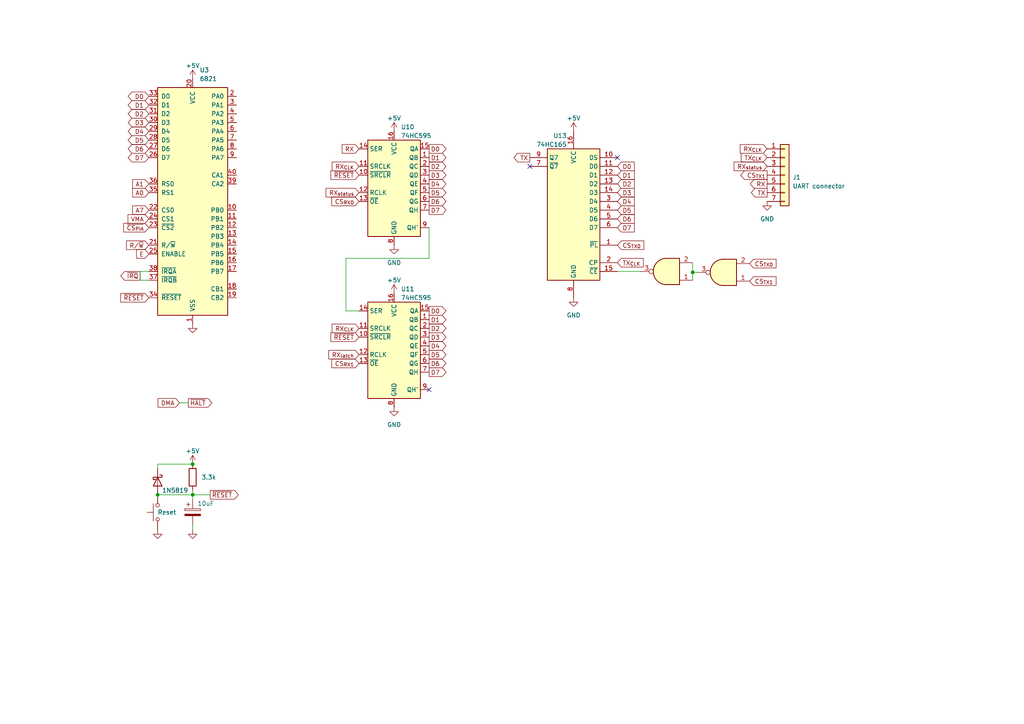
<source format=kicad_sch>
(kicad_sch (version 20230121) (generator eeschema)
  (paper "A4")
  (lib_symbols
    (symbol "+5V_1" (power) (pin_names (offset 0))
      (property "Value" "+5V_1" (at 0 3.556 0))
      (symbol "+5V_1_0_1"
        (polyline (pts (xy -0.762 1.27) (xy 0 2.54)))
        (polyline (pts (xy 0 0) (xy 0 2.54)))
        (polyline (pts (xy 0 2.54) (xy 0.762 1.27)))
      )
      (symbol "+5V_1_1_1"
        (pin power_in line (at 0 0 90) (length 0) hide (name "+5V") (number "1"))
      )
    )
    (symbol "+5V_2" (power) (pin_names (offset 0))
      (property "Value" "+5V_2" (at 0 3.556 0))
      (symbol "+5V_2_0_1"
        (polyline (pts (xy -0.762 1.27) (xy 0 2.54)))
        (polyline (pts (xy 0 0) (xy 0 2.54)))
        (polyline (pts (xy 0 2.54) (xy 0.762 1.27)))
      )
      (symbol "+5V_2_1_1"
        (pin power_in line (at 0 0 90) (length 0) hide (name "+5V") (number "1"))
      )
    )
    (symbol "74xx:74HC00" (pin_names (offset 1.016))
      (property "Reference" "U" (at 0 1.27 0))
      (property "Value" "74HC00" (at 0 -1.27 0))
      (symbol "74HC00_1_1"
        (arc (start 0 -3.81) (mid 3.7934 0) (end 0 3.81) (stroke (width 0.254)) (fill (type background)))
        (polyline (pts (xy 0 3.81) (xy -3.81 3.81) (xy -3.81 -3.81) (xy 0 -3.81)) (stroke (width 0.254)) (fill (type background)))
        (pin input line (at -7.62 2.54 0) (length 3.81) (name "~") (number "1"))
        (pin input line (at -7.62 -2.54 0) (length 3.81) (name "~") (number "2"))
        (pin output inverted (at 7.62 0 180) (length 3.81) (name "~") (number "3"))
      )
      (symbol "74HC00_1_2"
        (arc (start -3.81 -3.81) (mid -2.589 0) (end -3.81 3.81) (stroke (width 0.254)))
        (arc (start -0.6096 -3.81) (mid 2.1842 -2.5851) (end 3.81 0) (stroke (width 0.254)) (fill (type background)))
        (polyline (pts (xy -3.81 -3.81) (xy -0.635 -3.81)) (stroke (width 0.254)) (fill (type background)))
        (polyline (pts (xy -3.81 3.81) (xy -0.635 3.81)) (stroke (width 0.254)) (fill (type background)))
        (polyline (pts (xy -0.635 3.81) (xy -3.81 3.81) (xy -3.81 3.81) (xy -3.556 3.4036) (xy -3.0226 2.2606) (xy -2.6924 1.0414) (xy -2.6162 -0.254) (xy -2.7686 -1.4986) (xy -3.175 -2.7178) (xy -3.81 -3.81) (xy -3.81 -3.81) (xy -0.635 -3.81)) (stroke (width -25.4)) (fill (type background)))
        (arc (start 3.81 0) (mid 2.1915 2.5936) (end -0.6096 3.81) (stroke (width 0.254)) (fill (type background)))
        (pin input inverted (at -7.62 2.54 0) (length 4.318) (name "~") (number "1"))
        (pin input inverted (at -7.62 -2.54 0) (length 4.318) (name "~") (number "2"))
        (pin output line (at 7.62 0 180) (length 3.81) (name "~") (number "3"))
      )
      (symbol "74HC00_2_1"
        (arc (start 0 -3.81) (mid 3.7934 0) (end 0 3.81) (stroke (width 0.254)) (fill (type background)))
        (polyline (pts (xy 0 3.81) (xy -3.81 3.81) (xy -3.81 -3.81) (xy 0 -3.81)) (stroke (width 0.254)) (fill (type background)))
        (pin input line (at -7.62 2.54 0) (length 3.81) (name "~") (number "4"))
        (pin input line (at -7.62 -2.54 0) (length 3.81) (name "~") (number "5"))
        (pin output inverted (at 7.62 0 180) (length 3.81) (name "~") (number "6"))
      )
      (symbol "74HC00_2_2"
        (arc (start -3.81 -3.81) (mid -2.589 0) (end -3.81 3.81) (stroke (width 0.254)))
        (arc (start -0.6096 -3.81) (mid 2.1842 -2.5851) (end 3.81 0) (stroke (width 0.254)) (fill (type background)))
        (polyline (pts (xy -3.81 -3.81) (xy -0.635 -3.81)) (stroke (width 0.254)) (fill (type background)))
        (polyline (pts (xy -3.81 3.81) (xy -0.635 3.81)) (stroke (width 0.254)) (fill (type background)))
        (polyline (pts (xy -0.635 3.81) (xy -3.81 3.81) (xy -3.81 3.81) (xy -3.556 3.4036) (xy -3.0226 2.2606) (xy -2.6924 1.0414) (xy -2.6162 -0.254) (xy -2.7686 -1.4986) (xy -3.175 -2.7178) (xy -3.81 -3.81) (xy -3.81 -3.81) (xy -0.635 -3.81)) (stroke (width -25.4)) (fill (type background)))
        (arc (start 3.81 0) (mid 2.1915 2.5936) (end -0.6096 3.81) (stroke (width 0.254)) (fill (type background)))
        (pin input inverted (at -7.62 2.54 0) (length 4.318) (name "~") (number "4"))
        (pin input inverted (at -7.62 -2.54 0) (length 4.318) (name "~") (number "5"))
        (pin output line (at 7.62 0 180) (length 3.81) (name "~") (number "6"))
      )
      (symbol "74HC00_3_1"
        (arc (start 0 -3.81) (mid 3.7934 0) (end 0 3.81) (stroke (width 0.254)) (fill (type background)))
        (polyline (pts (xy 0 3.81) (xy -3.81 3.81) (xy -3.81 -3.81) (xy 0 -3.81)) (stroke (width 0.254)) (fill (type background)))
        (pin input line (at -7.62 -2.54 0) (length 3.81) (name "~") (number "10"))
        (pin output inverted (at 7.62 0 180) (length 3.81) (name "~") (number "8"))
        (pin input line (at -7.62 2.54 0) (length 3.81) (name "~") (number "9"))
      )
      (symbol "74HC00_3_2"
        (arc (start -3.81 -3.81) (mid -2.589 0) (end -3.81 3.81) (stroke (width 0.254)))
        (arc (start -0.6096 -3.81) (mid 2.1842 -2.5851) (end 3.81 0) (stroke (width 0.254)) (fill (type background)))
        (polyline (pts (xy -3.81 -3.81) (xy -0.635 -3.81)) (stroke (width 0.254)) (fill (type background)))
        (polyline (pts (xy -3.81 3.81) (xy -0.635 3.81)) (stroke (width 0.254)) (fill (type background)))
        (polyline (pts (xy -0.635 3.81) (xy -3.81 3.81) (xy -3.81 3.81) (xy -3.556 3.4036) (xy -3.0226 2.2606) (xy -2.6924 1.0414) (xy -2.6162 -0.254) (xy -2.7686 -1.4986) (xy -3.175 -2.7178) (xy -3.81 -3.81) (xy -3.81 -3.81) (xy -0.635 -3.81)) (stroke (width -25.4)) (fill (type background)))
        (arc (start 3.81 0) (mid 2.1915 2.5936) (end -0.6096 3.81) (stroke (width 0.254)) (fill (type background)))
        (pin input inverted (at -7.62 -2.54 0) (length 4.318) (name "~") (number "10"))
        (pin output line (at 7.62 0 180) (length 3.81) (name "~") (number "8"))
        (pin input inverted (at -7.62 2.54 0) (length 4.318) (name "~") (number "9"))
      )
      (symbol "74HC00_4_1"
        (arc (start 0 -3.81) (mid 3.7934 0) (end 0 3.81) (stroke (width 0.254)) (fill (type background)))
        (polyline (pts (xy 0 3.81) (xy -3.81 3.81) (xy -3.81 -3.81) (xy 0 -3.81)) (stroke (width 0.254)) (fill (type background)))
        (pin output inverted (at 7.62 0 180) (length 3.81) (name "~") (number "11"))
        (pin input line (at -7.62 2.54 0) (length 3.81) (name "~") (number "12"))
        (pin input line (at -7.62 -2.54 0) (length 3.81) (name "~") (number "13"))
      )
      (symbol "74HC00_4_2"
        (arc (start -3.81 -3.81) (mid -2.589 0) (end -3.81 3.81) (stroke (width 0.254)))
        (arc (start -0.6096 -3.81) (mid 2.1842 -2.5851) (end 3.81 0) (stroke (width 0.254)) (fill (type background)))
        (polyline (pts (xy -3.81 -3.81) (xy -0.635 -3.81)) (stroke (width 0.254)) (fill (type background)))
        (polyline (pts (xy -3.81 3.81) (xy -0.635 3.81)) (stroke (width 0.254)) (fill (type background)))
        (polyline (pts (xy -0.635 3.81) (xy -3.81 3.81) (xy -3.81 3.81) (xy -3.556 3.4036) (xy -3.0226 2.2606) (xy -2.6924 1.0414) (xy -2.6162 -0.254) (xy -2.7686 -1.4986) (xy -3.175 -2.7178) (xy -3.81 -3.81) (xy -3.81 -3.81) (xy -0.635 -3.81)) (stroke (width -25.4)) (fill (type background)))
        (arc (start 3.81 0) (mid 2.1915 2.5936) (end -0.6096 3.81) (stroke (width 0.254)) (fill (type background)))
        (pin output line (at 7.62 0 180) (length 3.81) (name "~") (number "11"))
        (pin input inverted (at -7.62 2.54 0) (length 4.318) (name "~") (number "12"))
        (pin input inverted (at -7.62 -2.54 0) (length 4.318) (name "~") (number "13"))
      )
      (symbol "74HC00_5_0"
        (pin power_in line (at 0 12.7 270) (length 5.08) (name "VCC") (number "14"))
        (pin power_in line (at 0 -12.7 90) (length 5.08) (name "GND") (number "7"))
      )
      (symbol "74HC00_5_1"
        (rectangle (start -5.08 7.62) (end 5.08 -7.62) (stroke (width 0.254)) (fill (type background)))
      )
    )
    (symbol "74xx:74HC165"
      (property "Reference" "U" (at -7.62 19.05 0))
      (property "Value" "74HC165" (at -7.62 -21.59 0))
      (symbol "74HC165_1_0"
        (pin input line (at -12.7 -10.16 0) (length 5.08) (name "~{PL}") (number "1"))
        (pin input line (at -12.7 15.24 0) (length 5.08) (name "DS") (number "10"))
        (pin input line (at -12.7 12.7 0) (length 5.08) (name "D0") (number "11"))
        (pin input line (at -12.7 10.16 0) (length 5.08) (name "D1") (number "12"))
        (pin input line (at -12.7 7.62 0) (length 5.08) (name "D2") (number "13"))
        (pin input line (at -12.7 5.08 0) (length 5.08) (name "D3") (number "14"))
        (pin input line (at -12.7 -17.78 0) (length 5.08) (name "~{CE}") (number "15"))
        (pin power_in line (at 0 22.86 270) (length 5.08) (name "VCC") (number "16"))
        (pin input line (at -12.7 -15.24 0) (length 5.08) (name "CP") (number "2"))
        (pin input line (at -12.7 2.54 0) (length 5.08) (name "D4") (number "3"))
        (pin input line (at -12.7 0 0) (length 5.08) (name "D5") (number "4"))
        (pin input line (at -12.7 -2.54 0) (length 5.08) (name "D6") (number "5"))
        (pin input line (at -12.7 -5.08 0) (length 5.08) (name "D7") (number "6"))
        (pin output line (at 12.7 12.7 180) (length 5.08) (name "~{Q7}") (number "7"))
        (pin power_in line (at 0 -25.4 90) (length 5.08) (name "GND") (number "8"))
        (pin output line (at 12.7 15.24 180) (length 5.08) (name "Q7") (number "9"))
      )
      (symbol "74HC165_1_1"
        (rectangle (start -7.62 17.78) (end 7.62 -20.32) (stroke (width 0.254)) (fill (type background)))
      )
    )
    (symbol "74xx:74HC595"
      (property "Reference" "U" (at -7.62 13.97 0))
      (property "Value" "74HC595" (at -7.62 -16.51 0))
      (symbol "74HC595_1_0"
        (pin tri_state line (at 10.16 7.62 180) (length 2.54) (name "QB") (number "1"))
        (pin input line (at -10.16 2.54 0) (length 2.54) (name "~{SRCLR}") (number "10"))
        (pin input line (at -10.16 5.08 0) (length 2.54) (name "SRCLK") (number "11"))
        (pin input line (at -10.16 -2.54 0) (length 2.54) (name "RCLK") (number "12"))
        (pin input line (at -10.16 -5.08 0) (length 2.54) (name "~{OE}") (number "13"))
        (pin input line (at -10.16 10.16 0) (length 2.54) (name "SER") (number "14"))
        (pin tri_state line (at 10.16 10.16 180) (length 2.54) (name "QA") (number "15"))
        (pin power_in line (at 0 15.24 270) (length 2.54) (name "VCC") (number "16"))
        (pin tri_state line (at 10.16 5.08 180) (length 2.54) (name "QC") (number "2"))
        (pin tri_state line (at 10.16 2.54 180) (length 2.54) (name "QD") (number "3"))
        (pin tri_state line (at 10.16 0 180) (length 2.54) (name "QE") (number "4"))
        (pin tri_state line (at 10.16 -2.54 180) (length 2.54) (name "QF") (number "5"))
        (pin tri_state line (at 10.16 -5.08 180) (length 2.54) (name "QG") (number "6"))
        (pin tri_state line (at 10.16 -7.62 180) (length 2.54) (name "QH") (number "7"))
        (pin power_in line (at 0 -17.78 90) (length 2.54) (name "GND") (number "8"))
        (pin output line (at 10.16 -12.7 180) (length 2.54) (name "QH'") (number "9"))
      )
      (symbol "74HC595_1_1"
        (rectangle (start -7.62 12.7) (end 7.62 -15.24) (stroke (width 0.254)) (fill (type background)))
      )
    )
    (symbol "Connector_Generic:Conn_01x07" (pin_names (offset 1.016) hide)
      (property "Reference" "J" (at 0 10.16 0))
      (property "Value" "Conn_01x07" (at 0 -10.16 0))
      (symbol "Conn_01x07_1_1"
        (rectangle (start -1.27 -7.493) (end 0 -7.747) (stroke (width 0.1524)))
        (rectangle (start -1.27 -4.953) (end 0 -5.207) (stroke (width 0.1524)))
        (rectangle (start -1.27 -2.413) (end 0 -2.667) (stroke (width 0.1524)))
        (rectangle (start -1.27 0.127) (end 0 -0.127) (stroke (width 0.1524)))
        (rectangle (start -1.27 2.667) (end 0 2.413) (stroke (width 0.1524)))
        (rectangle (start -1.27 5.207) (end 0 4.953) (stroke (width 0.1524)))
        (rectangle (start -1.27 7.747) (end 0 7.493) (stroke (width 0.1524)))
        (rectangle (start -1.27 8.89) (end 1.27 -8.89) (stroke (width 0.254)) (fill (type background)))
        (pin passive line (at -5.08 7.62 0) (length 3.81) (name "Pin_1") (number "1"))
        (pin passive line (at -5.08 5.08 0) (length 3.81) (name "Pin_2") (number "2"))
        (pin passive line (at -5.08 2.54 0) (length 3.81) (name "Pin_3") (number "3"))
        (pin passive line (at -5.08 0 0) (length 3.81) (name "Pin_4") (number "4"))
        (pin passive line (at -5.08 -2.54 0) (length 3.81) (name "Pin_5") (number "5"))
        (pin passive line (at -5.08 -5.08 0) (length 3.81) (name "Pin_6") (number "6"))
        (pin passive line (at -5.08 -7.62 0) (length 3.81) (name "Pin_7") (number "7"))
      )
    )
    (symbol "Device:C_Polarized" (pin_numbers hide) (pin_names (offset 0.254))
      (property "Reference" "C" (at 0.635 2.54 0))
      (property "Value" "C_Polarized" (at 0.635 -2.54 0))
      (symbol "C_Polarized_0_1"
        (rectangle (start -2.286 0.508) (end 2.286 1.016))
        (polyline (pts (xy -1.778 2.286) (xy -0.762 2.286)))
        (polyline (pts (xy -1.27 2.794) (xy -1.27 1.778)))
        (rectangle (start 2.286 -0.508) (end -2.286 -1.016) (fill (type outline)))
      )
      (symbol "C_Polarized_1_1"
        (pin passive line (at 0 3.81 270) (length 2.794) (name "~") (number "1"))
        (pin passive line (at 0 -3.81 90) (length 2.794) (name "~") (number "2"))
      )
    )
    (symbol "Device:R" (pin_numbers hide) (pin_names (offset 0))
      (property "Reference" "R" (at 2.032 0 90))
      (property "Value" "R" (at 0 0 90))
      (symbol "R_0_1"
        (rectangle (start -1.016 -2.54) (end 1.016 2.54) (stroke (width 0.254)))
      )
      (symbol "R_1_1"
        (pin passive line (at 0 3.81 270) (length 1.27) (name "~") (number "1"))
        (pin passive line (at 0 -3.81 90) (length 1.27) (name "~") (number "2"))
      )
    )
    (symbol "Diode:1N5819" (pin_numbers hide) (pin_names (offset 1.016) hide)
      (property "Reference" "D" (at 0 2.54 0))
      (property "Value" "1N5819" (at 0 -2.54 0))
      (symbol "1N5819_0_1"
        (polyline (pts (xy 1.27 0) (xy -1.27 0)))
        (polyline (pts (xy 1.27 1.27) (xy 1.27 -1.27) (xy -1.27 0) (xy 1.27 1.27)) (stroke (width 0.254)))
        (polyline (pts (xy -1.905 0.635) (xy -1.905 1.27) (xy -1.27 1.27) (xy -1.27 -1.27) (xy -0.635 -1.27) (xy -0.635 -0.635)) (stroke (width 0.254)))
      )
      (symbol "1N5819_1_1"
        (pin passive line (at -3.81 0 0) (length 2.54) (name "K") (number "1"))
        (pin passive line (at 3.81 0 180) (length 2.54) (name "A") (number "2"))
      )
    )
    (symbol "GND_1" (power) (pin_names (offset 0))
      (property "Value" "GND_1" (at 0 -3.81 0))
      (symbol "GND_1_0_1"
        (polyline (pts (xy 0 0) (xy 0 -1.27) (xy 1.27 -1.27) (xy 0 -2.54) (xy -1.27 -1.27) (xy 0 -1.27)))
      )
      (symbol "GND_1_1_1"
        (pin power_in line (at 0 0 270) (length 0) hide (name "GND") (number "1"))
      )
    )
    (symbol "GND_2" (power) (pin_names (offset 0))
      (property "Value" "GND_2" (at 0 -3.81 0))
      (symbol "GND_2_0_1"
        (polyline (pts (xy 0 0) (xy 0 -1.27) (xy 1.27 -1.27) (xy 0 -2.54) (xy -1.27 -1.27) (xy 0 -1.27)))
      )
      (symbol "GND_2_1_1"
        (pin power_in line (at 0 0 270) (length 0) hide (name "GND") (number "1"))
      )
    )
    (symbol "GND_3" (power) (pin_names (offset 0))
      (property "Value" "GND_3" (at 0 -3.81 0))
      (symbol "GND_3_0_1"
        (polyline (pts (xy 0 0) (xy 0 -1.27) (xy 1.27 -1.27) (xy 0 -2.54) (xy -1.27 -1.27) (xy 0 -1.27)))
      )
      (symbol "GND_3_1_1"
        (pin power_in line (at 0 0 270) (length 0) hide (name "GND") (number "1"))
      )
    )
    (symbol "Interface:6821" (pin_names (offset 1.016))
      (property "Reference" "U" (at -7.62 34.29 0))
      (property "Value" "6821" (at 10.16 34.29 0))
      (symbol "6821_0_1"
        (rectangle (start -10.16 -33.02) (end 10.16 33.02) (stroke (width 0.254)) (fill (type background)))
      )
      (symbol "6821_1_1"
        (pin power_in line (at 0 -35.56 90) (length 2.54) (name "VSS") (number "1"))
        (pin bidirectional line (at 12.7 -2.54 180) (length 2.54) (name "PB0") (number "10"))
        (pin bidirectional line (at 12.7 -5.08 180) (length 2.54) (name "PB1") (number "11"))
        (pin bidirectional line (at 12.7 -7.62 180) (length 2.54) (name "PB2") (number "12"))
        (pin bidirectional line (at 12.7 -10.16 180) (length 2.54) (name "PB3") (number "13"))
        (pin bidirectional line (at 12.7 -12.7 180) (length 2.54) (name "PB4") (number "14"))
        (pin bidirectional line (at 12.7 -15.24 180) (length 2.54) (name "PB5") (number "15"))
        (pin bidirectional line (at 12.7 -17.78 180) (length 2.54) (name "PB6") (number "16"))
        (pin bidirectional line (at 12.7 -20.32 180) (length 2.54) (name "PB7") (number "17"))
        (pin input line (at 12.7 -25.4 180) (length 2.54) (name "CB1") (number "18"))
        (pin bidirectional line (at 12.7 -27.94 180) (length 2.54) (name "CB2") (number "19"))
        (pin bidirectional line (at 12.7 30.48 180) (length 2.54) (name "PA0") (number "2"))
        (pin power_in line (at 0 35.56 270) (length 2.54) (name "VCC") (number "20"))
        (pin input line (at -12.7 -12.7 0) (length 2.54) (name "R/~{W}") (number "21"))
        (pin input line (at -12.7 -2.54 0) (length 2.54) (name "CS0") (number "22"))
        (pin input line (at -12.7 -7.62 0) (length 2.54) (name "~{CS2}") (number "23"))
        (pin input line (at -12.7 -5.08 0) (length 2.54) (name "CS1") (number "24"))
        (pin input line (at -12.7 -15.24 0) (length 2.54) (name "ENABLE") (number "25"))
        (pin bidirectional line (at -12.7 12.7 0) (length 2.54) (name "D7") (number "26"))
        (pin bidirectional line (at -12.7 15.24 0) (length 2.54) (name "D6") (number "27"))
        (pin bidirectional line (at -12.7 17.78 0) (length 2.54) (name "D5") (number "28"))
        (pin bidirectional line (at -12.7 20.32 0) (length 2.54) (name "D4") (number "29"))
        (pin bidirectional line (at 12.7 27.94 180) (length 2.54) (name "PA1") (number "3"))
        (pin bidirectional line (at -12.7 22.86 0) (length 2.54) (name "D3") (number "30"))
        (pin bidirectional line (at -12.7 25.4 0) (length 2.54) (name "D2") (number "31"))
        (pin bidirectional line (at -12.7 27.94 0) (length 2.54) (name "D1") (number "32"))
        (pin bidirectional line (at -12.7 30.48 0) (length 2.54) (name "D0") (number "33"))
        (pin input line (at -12.7 -27.94 0) (length 2.54) (name "~{RESET}") (number "34"))
        (pin input line (at -12.7 2.54 0) (length 2.54) (name "RS1") (number "35"))
        (pin input line (at -12.7 5.08 0) (length 2.54) (name "RS0") (number "36"))
        (pin open_collector line (at -12.7 -22.86 0) (length 2.54) (name "~{IRQB}") (number "37"))
        (pin open_collector line (at -12.7 -20.32 0) (length 2.54) (name "~{IRQA}") (number "38"))
        (pin bidirectional line (at 12.7 5.08 180) (length 2.54) (name "CA2") (number "39"))
        (pin bidirectional line (at 12.7 25.4 180) (length 2.54) (name "PA2") (number "4"))
        (pin input line (at 12.7 7.62 180) (length 2.54) (name "CA1") (number "40"))
        (pin bidirectional line (at 12.7 22.86 180) (length 2.54) (name "PA3") (number "5"))
        (pin bidirectional line (at 12.7 20.32 180) (length 2.54) (name "PA4") (number "6"))
        (pin bidirectional line (at 12.7 17.78 180) (length 2.54) (name "PA5") (number "7"))
        (pin bidirectional line (at 12.7 15.24 180) (length 2.54) (name "PA6") (number "8"))
        (pin bidirectional line (at 12.7 12.7 180) (length 2.54) (name "PA7") (number "9"))
      )
    )
    (symbol "Switch:SW_Push" (pin_numbers hide) (pin_names (offset 1.016) hide)
      (property "Reference" "SW" (at 1.27 2.54 0))
      (property "Value" "SW_Push" (at 0 -1.524 0))
      (symbol "SW_Push_0_1"
        (circle (center -2.032 0) (radius 0.508))
        (polyline (pts (xy 0 1.27) (xy 0 3.048)))
        (polyline (pts (xy 2.54 1.27) (xy -2.54 1.27)))
        (circle (center 2.032 0) (radius 0.508))
        (pin passive line (at -5.08 0 0) (length 2.54) (name "1") (number "1"))
        (pin passive line (at 5.08 0 180) (length 2.54) (name "2") (number "2"))
      )
    )
    (symbol "power:+5V" (power) (pin_names (offset 0))
      (property "Value" "+5V" (at 0 3.556 0))
      (symbol "+5V_0_1"
        (polyline (pts (xy -0.762 1.27) (xy 0 2.54)))
        (polyline (pts (xy 0 0) (xy 0 2.54)))
        (polyline (pts (xy 0 2.54) (xy 0.762 1.27)))
      )
      (symbol "+5V_1_1"
        (pin power_in line (at 0 0 90) (length 0) hide (name "+5V") (number "1"))
      )
    )
    (symbol "power:GND" (power) (pin_names (offset 0))
      (property "Value" "GND" (at 0 -3.81 0))
      (symbol "GND_0_1"
        (polyline (pts (xy 0 0) (xy 0 -1.27) (xy 1.27 -1.27) (xy 0 -2.54) (xy -1.27 -1.27) (xy 0 -1.27)))
      )
      (symbol "GND_1_1"
        (pin power_in line (at 0 0 270) (length 0) hide (name "GND") (number "1"))
      )
    )
  )
  (junction (at 45.72 143.51))
  (junction (at 200.914 78.994))
  (junction (at 55.88 143.51))
  (junction (at 55.88 134.62))
  (no_connect (at 153.67 48.26))
  (no_connect (at 124.46 113.03))
  (no_connect (at 179.07 45.72))
  (wire (pts (xy 55.88 143.51) (xy 55.88 144.78)))
  (wire (pts (xy 200.914 76.2) (xy 200.914 78.994)))
  (wire (pts (xy 55.88 142.24) (xy 55.88 143.51)))
  (wire (pts (xy 54.61 116.84) (xy 52.07 116.84)))
  (wire (pts (xy 200.914 78.994) (xy 200.914 81.28)))
  (wire (pts (xy 200.914 78.994) (xy 202.184 78.994)))
  (wire (pts (xy 179.07 78.74) (xy 185.674 78.74)))
  (wire (pts (xy 45.72 135.89) (xy 45.72 134.62)))
  (wire (pts (xy 40.64 81.28) (xy 43.18 81.28)))
  (wire (pts (xy 43.18 78.74) (xy 40.64 78.74)))
  (wire (pts (xy 45.72 134.62) (xy 55.88 134.62)))
  (wire (pts (xy 100.33 74.93) (xy 100.33 90.17)))
  (wire (pts (xy 55.88 143.51) (xy 60.96 143.51)))
  (wire (pts (xy 124.46 66.04) (xy 124.46 74.93)))
  (wire (pts (xy 55.88 153.67) (xy 55.88 152.4)))
  (wire (pts (xy 124.46 74.93) (xy 100.33 74.93)))
  (wire (pts (xy 100.33 90.17) (xy 104.14 90.17)))
  (wire (pts (xy 45.72 143.51) (xy 55.88 143.51)))
  (wire (pts (xy 40.64 78.74) (xy 40.64 81.28)))
  (global_label "D5" (shape input) (at 179.07 60.96 0) (property "Intersheetrefs" "${INTERSHEET_REFS}" (effects hide)))
  (global_label "~{RESET}" (shape output) (at 60.96 143.51 0) (property "Intersheetrefs" "${INTERSHEET_REFS}" (effects hide)))
  (global_label "D2" (shape input) (at 179.07 53.34 0) (property "Intersheetrefs" "${INTERSHEET_REFS}" (effects hide)))
  (global_label "D5" (shape output) (at 124.46 55.88 0) (property "Intersheetrefs" "${INTERSHEET_REFS}" (effects hide)))
  (global_label "D6" (shape output) (at 124.46 58.42 0) (property "Intersheetrefs" "${INTERSHEET_REFS}" (effects hide)))
  (global_label "D2" (shape output) (at 124.46 95.25 0) (property "Intersheetrefs" "${INTERSHEET_REFS}" (effects hide)))
  (global_label "D0" (shape input) (at 179.07 48.26 0) (property "Intersheetrefs" "${INTERSHEET_REFS}" (effects hide)))
  (global_label "CS_{TX1}" (shape input) (at 217.424 81.534 0) (property "Intersheetrefs" "${INTERSHEET_REFS}" (effects hide)))
  (global_label "RX_{latch}" (shape input) (at 104.14 102.87 180) (property "Intersheetrefs" "${INTERSHEET_REFS}" (effects hide)))
  (global_label "CS_{RX0}" (shape input) (at 104.14 58.42 180) (property "Intersheetrefs" "${INTERSHEET_REFS}" (effects hide)))
  (global_label "D0" (shape bidirectional) (at 43.18 27.94 180) (property "Intersheetrefs" "${INTERSHEET_REFS}" (effects hide)))
  (global_label "D6" (shape output) (at 124.46 105.41 0) (property "Intersheetrefs" "${INTERSHEET_REFS}" (effects hide)))
  (global_label "RX_{status}" (shape input) (at 104.14 55.88 180) (property "Intersheetrefs" "${INTERSHEET_REFS}" (effects hide)))
  (global_label "TX" (shape output) (at 153.67 45.72 180) (property "Intersheetrefs" "${INTERSHEET_REFS}" (effects hide)))
  (global_label "CS_{TX0}" (shape input) (at 217.424 76.454 0) (property "Intersheetrefs" "${INTERSHEET_REFS}" (effects hide)))
  (global_label "D3" (shape input) (at 179.07 55.88 0) (property "Intersheetrefs" "${INTERSHEET_REFS}" (effects hide)))
  (global_label "D2" (shape output) (at 124.46 48.26 0) (property "Intersheetrefs" "${INTERSHEET_REFS}" (effects hide)))
  (global_label "E" (shape input) (at 43.18 73.66 180) (property "Intersheetrefs" "${INTERSHEET_REFS}" (effects hide)))
  (global_label "A0" (shape input) (at 43.18 55.88 180) (property "Intersheetrefs" "${INTERSHEET_REFS}" (effects hide)))
  (global_label "RX" (shape output) (at 222.504 53.34 180) (property "Intersheetrefs" "${INTERSHEET_REFS}" (effects hide)))
  (global_label "D1" (shape output) (at 124.46 92.71 0) (property "Intersheetrefs" "${INTERSHEET_REFS}" (effects hide)))
  (global_label "RX_{CLK}" (shape input) (at 104.14 95.25 180) (property "Intersheetrefs" "${INTERSHEET_REFS}" (effects hide)))
  (global_label "D5" (shape bidirectional) (at 43.18 40.64 180) (property "Intersheetrefs" "${INTERSHEET_REFS}" (effects hide)))
  (global_label "D5" (shape output) (at 124.46 102.87 0) (property "Intersheetrefs" "${INTERSHEET_REFS}" (effects hide)))
  (global_label "A1" (shape input) (at 43.18 53.34 180) (property "Intersheetrefs" "${INTERSHEET_REFS}" (effects hide)))
  (global_label "~{RESET}" (shape input) (at 104.14 97.79 180) (property "Intersheetrefs" "${INTERSHEET_REFS}" (effects hide)))
  (global_label "D6" (shape input) (at 179.07 63.5 0) (property "Intersheetrefs" "${INTERSHEET_REFS}" (effects hide)))
  (global_label "DMA" (shape input) (at 52.07 116.84 180) (property "Intersheetrefs" "${INTERSHEET_REFS}" (effects hide)))
  (global_label "D3" (shape bidirectional) (at 43.18 35.56 180) (property "Intersheetrefs" "${INTERSHEET_REFS}" (effects hide)))
  (global_label "D4" (shape output) (at 124.46 53.34 0) (property "Intersheetrefs" "${INTERSHEET_REFS}" (effects hide)))
  (global_label "~{HALT}" (shape output) (at 54.61 116.84 0) (property "Intersheetrefs" "${INTERSHEET_REFS}" (effects hide)))
  (global_label "D7" (shape output) (at 124.46 107.95 0) (property "Intersheetrefs" "${INTERSHEET_REFS}" (effects hide)))
  (global_label "D6" (shape bidirectional) (at 43.18 43.18 180) (property "Intersheetrefs" "${INTERSHEET_REFS}" (effects hide)))
  (global_label "D0" (shape output) (at 124.46 43.18 0) (property "Intersheetrefs" "${INTERSHEET_REFS}" (effects hide)))
  (global_label "D1" (shape bidirectional) (at 43.18 30.48 180) (property "Intersheetrefs" "${INTERSHEET_REFS}" (effects hide)))
  (global_label "R{slash}~{W}" (shape input) (at 43.18 71.12 180) (property "Intersheetrefs" "${INTERSHEET_REFS}" (effects hide)))
  (global_label "CS_{TX1}" (shape output) (at 222.504 50.8 180) (property "Intersheetrefs" "${INTERSHEET_REFS}" (effects hide)))
  (global_label "~{CS_{PIA}}" (shape input) (at 43.18 66.04 180) (property "Intersheetrefs" "${INTERSHEET_REFS}" (effects hide)))
  (global_label "D2" (shape bidirectional) (at 43.18 33.02 180) (property "Intersheetrefs" "${INTERSHEET_REFS}" (effects hide)))
  (global_label "RX_{CLK}" (shape input) (at 222.504 43.18 180) (property "Intersheetrefs" "${INTERSHEET_REFS}" (effects hide)))
  (global_label "D1" (shape output) (at 124.46 45.72 0) (property "Intersheetrefs" "${INTERSHEET_REFS}" (effects hide)))
  (global_label "RX_{CLK}" (shape input) (at 104.14 48.26 180) (property "Intersheetrefs" "${INTERSHEET_REFS}" (effects hide)))
  (global_label "D1" (shape input) (at 179.07 50.8 0) (property "Intersheetrefs" "${INTERSHEET_REFS}" (effects hide)))
  (global_label "D7" (shape bidirectional) (at 43.18 45.72 180) (property "Intersheetrefs" "${INTERSHEET_REFS}" (effects hide)))
  (global_label "D4" (shape output) (at 124.46 100.33 0) (property "Intersheetrefs" "${INTERSHEET_REFS}" (effects hide)))
  (global_label "D7" (shape output) (at 124.46 60.96 0) (property "Intersheetrefs" "${INTERSHEET_REFS}" (effects hide)))
  (global_label "~{RESET}" (shape input) (at 43.18 86.36 180) (property "Intersheetrefs" "${INTERSHEET_REFS}" (effects hide)))
  (global_label "RX_{status}" (shape input) (at 222.504 48.26 180) (property "Intersheetrefs" "${INTERSHEET_REFS}" (effects hide)))
  (global_label "CS_{RX1}" (shape input) (at 104.14 105.41 180) (property "Intersheetrefs" "${INTERSHEET_REFS}" (effects hide)))
  (global_label "D4" (shape input) (at 179.07 58.42 0) (property "Intersheetrefs" "${INTERSHEET_REFS}" (effects hide)))
  (global_label "RX" (shape input) (at 104.14 43.18 180) (property "Intersheetrefs" "${INTERSHEET_REFS}" (effects hide)))
  (global_label "CS_{TX0}" (shape input) (at 179.07 71.12 0) (property "Intersheetrefs" "${INTERSHEET_REFS}" (effects hide)))
  (global_label "TX" (shape output) (at 222.504 55.88 180) (property "Intersheetrefs" "${INTERSHEET_REFS}" (effects hide)))
  (global_label "A7" (shape input) (at 43.18 60.96 180) (property "Intersheetrefs" "${INTERSHEET_REFS}" (effects hide)))
  (global_label "TX_{CLK}" (shape input) (at 222.504 45.72 180) (property "Intersheetrefs" "${INTERSHEET_REFS}" (effects hide)))
  (global_label "TX_{CLK}" (shape input) (at 179.07 76.2 0) (property "Intersheetrefs" "${INTERSHEET_REFS}" (effects hide)))
  (global_label "~{IRQ}" (shape output) (at 40.64 80.01 180) (property "Intersheetrefs" "${INTERSHEET_REFS}" (effects hide)))
  (global_label "D3" (shape output) (at 124.46 50.8 0) (property "Intersheetrefs" "${INTERSHEET_REFS}" (effects hide)))
  (global_label "D0" (shape output) (at 124.46 90.17 0) (property "Intersheetrefs" "${INTERSHEET_REFS}" (effects hide)))
  (global_label "D3" (shape output) (at 124.46 97.79 0) (property "Intersheetrefs" "${INTERSHEET_REFS}" (effects hide)))
  (global_label "~{RESET}" (shape input) (at 104.14 50.8 180) (property "Intersheetrefs" "${INTERSHEET_REFS}" (effects hide)))
  (global_label "D7" (shape input) (at 179.07 66.04 0) (property "Intersheetrefs" "${INTERSHEET_REFS}" (effects hide)))
  (global_label "D4" (shape bidirectional) (at 43.18 38.1 180) (property "Intersheetrefs" "${INTERSHEET_REFS}" (effects hide)))
  (global_label "VMA" (shape input) (at 43.18 63.5 180) (property "Intersheetrefs" "${INTERSHEET_REFS}" (effects hide)))
  (symbol (lib_id "power:GND") (at 55.88 93.98 0) (unit 1)
    (property "Reference" "#PWR015" (effects hide))
    (property "Value" "GND" (effects hide))
  )
  (symbol (lib_id "power:+5V") (at 55.88 134.62 0) (unit 1)
    (property "Reference" "#PWR05" (effects hide))
    (property "Value" "+5V" (at 55.88 130.81 0))
  )
  (symbol (lib_id "Switch:SW_Push") (at 45.72 148.59 90) (unit 1)
    (property "Reference" "SW1" (effects hide))
    (property "Value" "Reset" (at 45.72 148.59 90) (effects (justify right)))
  )
  (symbol (lib_id "power:+5V") (at 55.88 22.86 0) (unit 1)
    (property "Reference" "#PWR04" (effects hide))
    (property "Value" "+5V" (at 55.88 19.05 0))
  )
  (symbol (lib_name "GND_1") (lib_id "power:GND") (at 114.3 118.11 0) (unit 1)
    (property "Reference" "#PWR034" (effects hide))
    (property "Value" "GND" (at 114.3 123.19 0))
  )
  (symbol (lib_id "Interface:6821") (at 55.88 58.42 0) (unit 1)
    (property "Reference" "U3" (at 57.8994 20.32 0) (effects (justify left)))
    (property "Value" "6821" (at 57.8994 22.86 0) (effects (justify left)))
    (property "Footprint" "Package_DIP:DIP-40_W15.24mm" (effects hide))
    (property "Datasheet" "http://pdf.datasheetcatalog.com/datasheet/motorola/6821.pdf" (effects hide))
  )
  (symbol (lib_id "74xx:74HC595") (at 114.3 100.33 0) (unit 1)
    (property "Reference" "U11" (at 116.2559 83.82 0) (effects (justify left)))
    (property "Value" "74HC595" (at 116.2559 86.36 0) (effects (justify left)))
    (property "Footprint" "Package_DIP:DIP-16_W7.62mm_Socket" (effects hide))
    (property "Datasheet" "http://www.ti.com/lit/ds/symlink/sn74hc595.pdf" (effects hide))
  )
  (symbol (lib_name "+5V_1") (lib_id "power:+5V") (at 114.3 85.09 0) (unit 1)
    (property "Reference" "#PWR032" (effects hide))
    (property "Value" "+5V" (at 114.3 81.28 0))
  )
  (symbol (lib_name "GND_1") (lib_id "power:GND") (at 114.3 71.12 0) (unit 1)
    (property "Reference" "#PWR035" (effects hide))
    (property "Value" "GND" (at 114.3 76.2 0))
  )
  (symbol (lib_id "Device:C_Polarized") (at 55.88 148.59 0) (unit 1)
    (property "Reference" "C1" (effects hide))
    (property "Value" "10uF" (at 59.69 146.05 0))
  )
  (symbol (lib_name "GND_3") (lib_id "power:GND") (at 222.504 58.42 0) (unit 1)
    (property "Reference" "#PWR037" (effects hide))
    (property "Value" "GND" (at 222.504 63.5 0))
  )
  (symbol (lib_id "Connector_Generic:Conn_01x07") (at 227.584 50.8 0) (unit 1)
    (property "Reference" "J1" (at 229.87 51.435 0) (effects (justify left)))
    (property "Value" "UART connector" (at 229.87 53.975 0) (effects (justify left)))
  )
  (symbol (lib_name "+5V_1") (lib_id "power:+5V") (at 114.3 38.1 0) (unit 1)
    (property "Reference" "#PWR029" (effects hide))
    (property "Value" "+5V" (at 114.3 34.29 0))
  )
  (symbol (lib_id "74xx:74HC595") (at 114.3 53.34 0) (unit 1)
    (property "Reference" "U10" (at 116.2559 36.83 0) (effects (justify left)))
    (property "Value" "74HC595" (at 116.2559 39.37 0) (effects (justify left)))
    (property "Footprint" "Package_DIP:DIP-16_W7.62mm_Socket" (effects hide))
    (property "Datasheet" "http://www.ti.com/lit/ds/symlink/sn74hc595.pdf" (effects hide))
  )
  (symbol (lib_name "+5V_2") (lib_id "power:+5V") (at 166.37 38.1 0) (unit 1)
    (property "Reference" "#PWR036" (effects hide))
    (property "Value" "+5V" (at 166.37 34.29 0))
  )
  (symbol (lib_id "Device:R") (at 55.88 138.43 180) (unit 1)
    (property "Reference" "R1" (effects hide))
    (property "Value" "3.3k" (at 58.42 138.43 0) (effects (justify right)))
  )
  (symbol (lib_id "power:GND") (at 45.72 153.67 0) (unit 1)
    (property "Reference" "#PWR06" (effects hide))
    (property "Value" "GND" (effects hide))
  )
  (symbol (lib_id "74xx:74HC165") (at 166.37 60.96 0) (mirror y) (unit 1)
    (property "Reference" "U13" (at 164.4141 39.37 0) (effects (justify left)))
    (property "Value" "74HC165" (at 164.4141 41.91 0) (effects (justify left)))
    (property "Datasheet" "https://assets.nexperia.com/documents/data-sheet/74HC_HCT165.pdf" (effects hide))
  )
  (symbol (lib_id "power:GND") (at 55.88 153.67 0) (unit 1)
    (property "Reference" "#PWR07" (effects hide))
    (property "Value" "GND" (effects hide))
  )
  (symbol (lib_id "74xx:74HC00") (at 209.804 78.994 180) (unit 1)
    (property "Reference" "U15" (effects hide))
    (property "Value" "74HC00" (effects hide))
    (property "Datasheet" "http://www.ti.com/lit/gpn/sn74hc00" (effects hide))
  )
  (symbol (lib_name "GND_2") (lib_id "power:GND") (at 166.37 86.36 0) (unit 1)
    (property "Reference" "#PWR033" (effects hide))
    (property "Value" "GND" (at 166.37 91.44 0))
  )
  (symbol (lib_id "74xx:74HC00") (at 193.294 78.74 180) (unit 1)
    (property "Reference" "U14" (effects hide))
    (property "Value" "74HC00" (effects hide))
    (property "Datasheet" "http://www.ti.com/lit/gpn/sn74hc00" (effects hide))
  )
  (symbol (lib_id "Diode:1N5819") (at 45.72 139.7 270) (unit 1)
    (property "Reference" "D1" (effects hide))
    (property "Value" "1N5819" (at 46.99 142.24 90) (effects (justify left)))
    (property "Footprint" "Diode_THT:D_DO-41_SOD81_P10.16mm_Horizontal" (effects hide))
    (property "Datasheet" "http://www.vishay.com/docs/88525/1n5817.pdf" (effects hide))
  )
)
</source>
